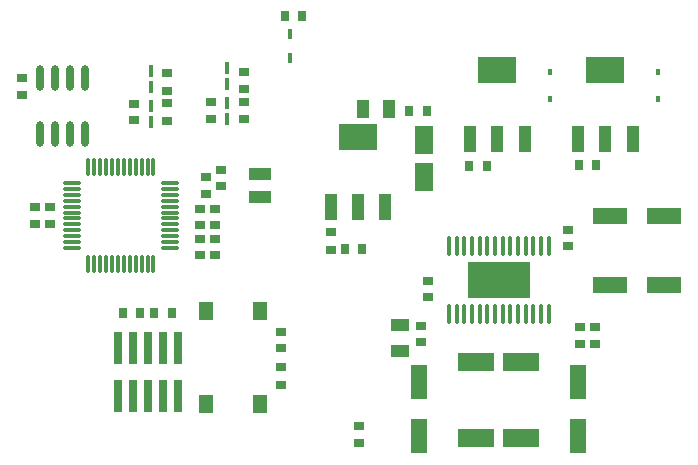
<source format=gtp>
%FSLAX25Y25*%
%MOIN*%
G70*
G01*
G75*
G04 Layer_Color=8421504*
%ADD10R,0.12205X0.06299*%
%ADD11R,0.03543X0.03150*%
%ADD12R,0.03543X0.02756*%
%ADD13R,0.02756X0.03543*%
%ADD14R,0.01772X0.02362*%
%ADD15R,0.12795X0.08661*%
%ADD16R,0.03937X0.08661*%
%ADD17R,0.03937X0.05906*%
%ADD18R,0.06102X0.09646*%
%ADD19R,0.01378X0.03543*%
%ADD20R,0.01181X0.03937*%
%ADD21O,0.02362X0.08661*%
%ADD22O,0.01181X0.06299*%
%ADD23O,0.06299X0.01181*%
%ADD24R,0.20551X0.12205*%
%ADD25O,0.01378X0.06693*%
%ADD26R,0.05512X0.11811*%
%ADD27R,0.11811X0.05512*%
%ADD28R,0.02953X0.11024*%
%ADD29R,0.05118X0.06102*%
%ADD30R,0.07480X0.04331*%
%ADD31R,0.05906X0.03937*%
%ADD32C,0.01400*%
%ADD33C,0.00800*%
%ADD34C,0.01500*%
%ADD35C,0.00600*%
%ADD36C,0.03500*%
%ADD37C,0.02500*%
%ADD38C,0.01000*%
%ADD39C,0.01200*%
%ADD40C,0.03900*%
%ADD41C,0.05000*%
%ADD42R,0.05906X0.05906*%
%ADD43C,0.09055*%
%ADD44R,0.09055X0.09055*%
%ADD45C,0.05906*%
%ADD46R,0.05906X0.05906*%
%ADD47C,0.02500*%
%ADD48C,0.05000*%
%ADD49C,0.03000*%
%ADD50C,0.02000*%
%ADD51C,0.00984*%
%ADD52C,0.00394*%
%ADD53C,0.02362*%
%ADD54C,0.00984*%
%ADD55C,0.00787*%
%ADD56C,0.00500*%
%ADD57C,0.02000*%
D10*
X170000Y55295D02*
D03*
Y29705D02*
D03*
X155000Y55295D02*
D03*
Y29705D02*
D03*
D11*
X136500Y61744D02*
D03*
Y67256D02*
D03*
X139000Y76744D02*
D03*
Y82256D02*
D03*
X66500Y136244D02*
D03*
Y141756D02*
D03*
X41000Y135744D02*
D03*
Y141256D02*
D03*
X3500Y144244D02*
D03*
Y149756D02*
D03*
X63000Y100744D02*
D03*
Y106256D02*
D03*
X68000Y100744D02*
D03*
Y106256D02*
D03*
Y90744D02*
D03*
Y96256D02*
D03*
X63000Y90744D02*
D03*
Y96256D02*
D03*
X13000Y106756D02*
D03*
Y101244D02*
D03*
X8000Y106756D02*
D03*
Y101244D02*
D03*
X90000Y59744D02*
D03*
Y65256D02*
D03*
X65000Y116756D02*
D03*
Y111244D02*
D03*
X70000Y113744D02*
D03*
Y119256D02*
D03*
X185500Y99256D02*
D03*
Y93744D02*
D03*
X194500Y61244D02*
D03*
Y66756D02*
D03*
D12*
X116000Y33953D02*
D03*
Y28047D02*
D03*
X77500Y141953D02*
D03*
Y136047D02*
D03*
Y151953D02*
D03*
Y146047D02*
D03*
X52000Y141453D02*
D03*
Y135547D02*
D03*
Y151453D02*
D03*
Y145547D02*
D03*
X90000Y53453D02*
D03*
Y47547D02*
D03*
X189500Y66953D02*
D03*
Y61047D02*
D03*
X106500Y92547D02*
D03*
Y98453D02*
D03*
D13*
X194953Y121000D02*
D03*
X189047D02*
D03*
X158453Y120500D02*
D03*
X152547D02*
D03*
X111047Y93000D02*
D03*
X116953D02*
D03*
X132547Y139000D02*
D03*
X138453D02*
D03*
X91047Y170500D02*
D03*
X96953D02*
D03*
X37047Y71500D02*
D03*
X42953D02*
D03*
X53453Y71500D02*
D03*
X47547D02*
D03*
D14*
X215500Y152000D02*
D03*
Y143000D02*
D03*
X179500Y152000D02*
D03*
Y143000D02*
D03*
D15*
X198000Y152614D02*
D03*
X162000D02*
D03*
X115500Y130114D02*
D03*
D16*
X207055Y129386D02*
D03*
X198000D02*
D03*
X188945D02*
D03*
X171055D02*
D03*
X162000D02*
D03*
X152945D02*
D03*
X124555Y106886D02*
D03*
X115500D02*
D03*
X106445D02*
D03*
D17*
X117177Y139350D02*
D03*
X125839D02*
D03*
D18*
X137500Y116898D02*
D03*
Y129102D02*
D03*
D19*
X93000Y164437D02*
D03*
Y156563D02*
D03*
D20*
X72000Y141657D02*
D03*
Y136343D02*
D03*
X46500Y152157D02*
D03*
Y146843D02*
D03*
Y140657D02*
D03*
Y135343D02*
D03*
X72000Y153157D02*
D03*
Y147843D02*
D03*
D21*
X9500Y131051D02*
D03*
X14500D02*
D03*
X19500D02*
D03*
X24500D02*
D03*
X9500Y149949D02*
D03*
X14500D02*
D03*
X19500D02*
D03*
X24500D02*
D03*
D22*
X47327Y87760D02*
D03*
X45358D02*
D03*
X43390D02*
D03*
X41421D02*
D03*
X39453D02*
D03*
X37484D02*
D03*
X35516D02*
D03*
X33547D02*
D03*
X31579D02*
D03*
X29610D02*
D03*
X27642D02*
D03*
X25673D02*
D03*
Y120240D02*
D03*
X27642D02*
D03*
X29610D02*
D03*
X31579D02*
D03*
X33547D02*
D03*
X35516D02*
D03*
X37484D02*
D03*
X39453D02*
D03*
X41421D02*
D03*
X43390D02*
D03*
X45358D02*
D03*
X47327D02*
D03*
D23*
X20260Y93173D02*
D03*
Y95142D02*
D03*
Y97110D02*
D03*
Y99079D02*
D03*
Y101047D02*
D03*
Y103016D02*
D03*
Y104984D02*
D03*
Y106953D02*
D03*
Y108921D02*
D03*
Y110890D02*
D03*
Y112858D02*
D03*
Y114827D02*
D03*
X52740D02*
D03*
Y112858D02*
D03*
Y110890D02*
D03*
Y108921D02*
D03*
Y106953D02*
D03*
Y104984D02*
D03*
Y103016D02*
D03*
Y101047D02*
D03*
Y99079D02*
D03*
Y97110D02*
D03*
Y95142D02*
D03*
Y93173D02*
D03*
D24*
X162500Y82500D02*
D03*
D25*
X179134Y93721D02*
D03*
X176575D02*
D03*
X174016D02*
D03*
X171457D02*
D03*
X168898D02*
D03*
X166339D02*
D03*
X163779D02*
D03*
X161221D02*
D03*
X158661D02*
D03*
X156102D02*
D03*
X153543D02*
D03*
X150984D02*
D03*
X148425D02*
D03*
X145866D02*
D03*
X179134Y71280D02*
D03*
X176575D02*
D03*
X174016D02*
D03*
X171457D02*
D03*
X168898D02*
D03*
X166339D02*
D03*
X163779D02*
D03*
X161221D02*
D03*
X158661D02*
D03*
X156102D02*
D03*
X153543D02*
D03*
X150984D02*
D03*
X148425D02*
D03*
X145866D02*
D03*
D26*
X136000Y48555D02*
D03*
Y30445D02*
D03*
X189000Y48555D02*
D03*
Y30445D02*
D03*
D27*
X217555Y104000D02*
D03*
X199445D02*
D03*
X217555Y81000D02*
D03*
X199445D02*
D03*
D28*
X55464Y59992D02*
D03*
Y44008D02*
D03*
X50464Y59992D02*
D03*
Y44008D02*
D03*
X45464Y59992D02*
D03*
Y44008D02*
D03*
X40464Y59992D02*
D03*
Y44008D02*
D03*
X35464Y59992D02*
D03*
Y44008D02*
D03*
D29*
X65000Y72256D02*
D03*
X82717D02*
D03*
X65000Y41153D02*
D03*
X82717D02*
D03*
D30*
X83000Y118000D02*
D03*
Y110323D02*
D03*
D31*
X129500Y58787D02*
D03*
Y67449D02*
D03*
M02*

</source>
